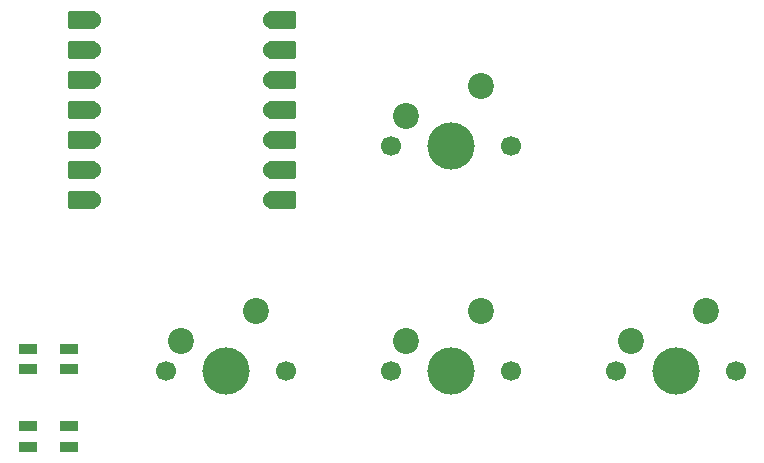
<source format=gbr>
%TF.GenerationSoftware,KiCad,Pcbnew,9.0.2*%
%TF.CreationDate,2025-06-20T14:09:44-04:00*%
%TF.ProjectId,hackpad,6861636b-7061-4642-9e6b-696361645f70,rev?*%
%TF.SameCoordinates,Original*%
%TF.FileFunction,Soldermask,Top*%
%TF.FilePolarity,Negative*%
%FSLAX46Y46*%
G04 Gerber Fmt 4.6, Leading zero omitted, Abs format (unit mm)*
G04 Created by KiCad (PCBNEW 9.0.2) date 2025-06-20 14:09:44*
%MOMM*%
%LPD*%
G01*
G04 APERTURE LIST*
G04 Aperture macros list*
%AMRoundRect*
0 Rectangle with rounded corners*
0 $1 Rounding radius*
0 $2 $3 $4 $5 $6 $7 $8 $9 X,Y pos of 4 corners*
0 Add a 4 corners polygon primitive as box body*
4,1,4,$2,$3,$4,$5,$6,$7,$8,$9,$2,$3,0*
0 Add four circle primitives for the rounded corners*
1,1,$1+$1,$2,$3*
1,1,$1+$1,$4,$5*
1,1,$1+$1,$6,$7*
1,1,$1+$1,$8,$9*
0 Add four rect primitives between the rounded corners*
20,1,$1+$1,$2,$3,$4,$5,0*
20,1,$1+$1,$4,$5,$6,$7,0*
20,1,$1+$1,$6,$7,$8,$9,0*
20,1,$1+$1,$8,$9,$2,$3,0*%
G04 Aperture macros list end*
%ADD10RoundRect,0.152400X1.063600X0.609600X-1.063600X0.609600X-1.063600X-0.609600X1.063600X-0.609600X0*%
%ADD11C,1.524000*%
%ADD12RoundRect,0.152400X-1.063600X-0.609600X1.063600X-0.609600X1.063600X0.609600X-1.063600X0.609600X0*%
%ADD13C,1.700000*%
%ADD14C,4.000000*%
%ADD15C,2.200000*%
%ADD16R,1.600000X0.850000*%
G04 APERTURE END LIST*
D10*
%TO.C,U1*%
X129045000Y-67948500D03*
D11*
X129880000Y-67948500D03*
D10*
X129045000Y-70488500D03*
D11*
X129880000Y-70488500D03*
D10*
X129045000Y-73028500D03*
D11*
X129880000Y-73028500D03*
D10*
X129045000Y-75568500D03*
D11*
X129880000Y-75568500D03*
D10*
X129045000Y-78108500D03*
D11*
X129880000Y-78108500D03*
D10*
X129045000Y-80648500D03*
D11*
X129880000Y-80648500D03*
D10*
X129045000Y-83188500D03*
D11*
X129880000Y-83188500D03*
X145120000Y-83188500D03*
D12*
X145955000Y-83188500D03*
D11*
X145120000Y-80648500D03*
D12*
X145955000Y-80648500D03*
D11*
X145120000Y-78108500D03*
D12*
X145955000Y-78108500D03*
D11*
X145120000Y-75568500D03*
D12*
X145955000Y-75568500D03*
D11*
X145120000Y-73028500D03*
D12*
X145955000Y-73028500D03*
D11*
X145120000Y-70488500D03*
D12*
X145955000Y-70488500D03*
D11*
X145120000Y-67948500D03*
D12*
X145955000Y-67948500D03*
%TD*%
D13*
%TO.C,SW4*%
X174270000Y-97610000D03*
D14*
X179350000Y-97610000D03*
D13*
X184430000Y-97610000D03*
D15*
X181890000Y-92530000D03*
X175540000Y-95070000D03*
%TD*%
D16*
%TO.C,D1*%
X124450000Y-95750000D03*
X124450000Y-97500000D03*
X127950000Y-97500000D03*
X127950000Y-95750000D03*
%TD*%
D13*
%TO.C,SW3*%
X155219400Y-97612200D03*
D14*
X160299400Y-97612200D03*
D13*
X165379400Y-97612200D03*
D15*
X162839400Y-92532200D03*
X156489400Y-95072200D03*
%TD*%
D13*
%TO.C,SW1*%
X155210000Y-78560000D03*
D14*
X160290000Y-78560000D03*
D13*
X165370000Y-78560000D03*
D15*
X162830000Y-73480000D03*
X156480000Y-76020000D03*
%TD*%
D16*
%TO.C,D2*%
X124460000Y-102330000D03*
X124460000Y-104080000D03*
X127960000Y-104080000D03*
X127960000Y-102330000D03*
%TD*%
D13*
%TO.C,SW2*%
X136160000Y-97610000D03*
D14*
X141240000Y-97610000D03*
D13*
X146320000Y-97610000D03*
D15*
X143780000Y-92530000D03*
X137430000Y-95070000D03*
%TD*%
M02*

</source>
